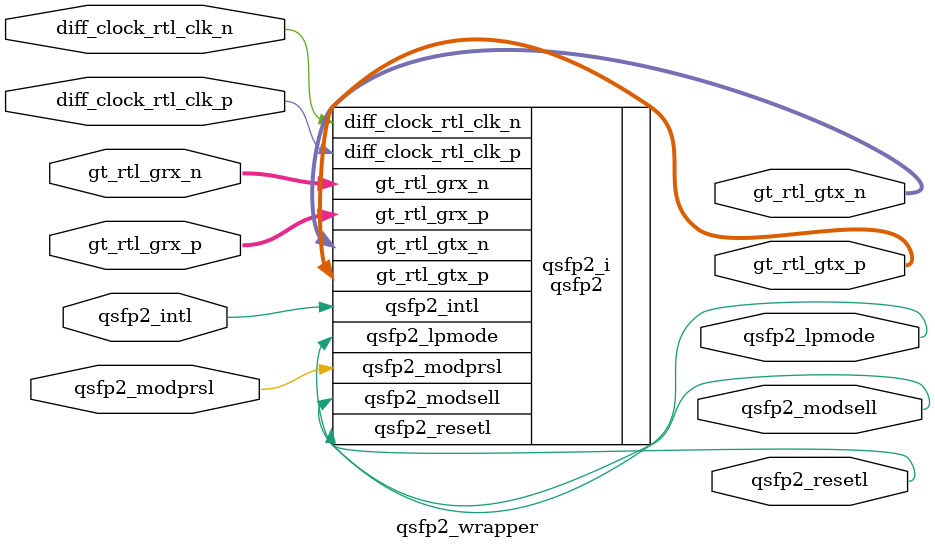
<source format=v>
`timescale 1 ps / 1 ps

module qsfp2_wrapper
   (diff_clock_rtl_clk_n,
    diff_clock_rtl_clk_p,
    gt_rtl_grx_n,
    gt_rtl_grx_p,
    gt_rtl_gtx_n,
    gt_rtl_gtx_p,
    qsfp2_intl,
    qsfp2_lpmode,
    qsfp2_modprsl,
    qsfp2_modsell,
    qsfp2_resetl);
  input diff_clock_rtl_clk_n;
  input diff_clock_rtl_clk_p;
  input [3:0]gt_rtl_grx_n;
  input [3:0]gt_rtl_grx_p;
  output [3:0]gt_rtl_gtx_n;
  output [3:0]gt_rtl_gtx_p;
  input qsfp2_intl;
  output [0:0]qsfp2_lpmode;
  input qsfp2_modprsl;
  output [0:0]qsfp2_modsell;
  output [0:0]qsfp2_resetl;

  wire diff_clock_rtl_clk_n;
  wire diff_clock_rtl_clk_p;
  wire [3:0]gt_rtl_grx_n;
  wire [3:0]gt_rtl_grx_p;
  wire [3:0]gt_rtl_gtx_n;
  wire [3:0]gt_rtl_gtx_p;
  wire qsfp2_intl;
  wire [0:0]qsfp2_lpmode;
  wire qsfp2_modprsl;
  wire [0:0]qsfp2_modsell;
  wire [0:0]qsfp2_resetl;

  qsfp2 qsfp2_i
       (.diff_clock_rtl_clk_n(diff_clock_rtl_clk_n),
        .diff_clock_rtl_clk_p(diff_clock_rtl_clk_p),
        .gt_rtl_grx_n(gt_rtl_grx_n),
        .gt_rtl_grx_p(gt_rtl_grx_p),
        .gt_rtl_gtx_n(gt_rtl_gtx_n),
        .gt_rtl_gtx_p(gt_rtl_gtx_p),
        .qsfp2_intl(qsfp2_intl),
        .qsfp2_lpmode(qsfp2_lpmode),
        .qsfp2_modprsl(qsfp2_modprsl),
        .qsfp2_modsell(qsfp2_modsell),
        .qsfp2_resetl(qsfp2_resetl));
endmodule

</source>
